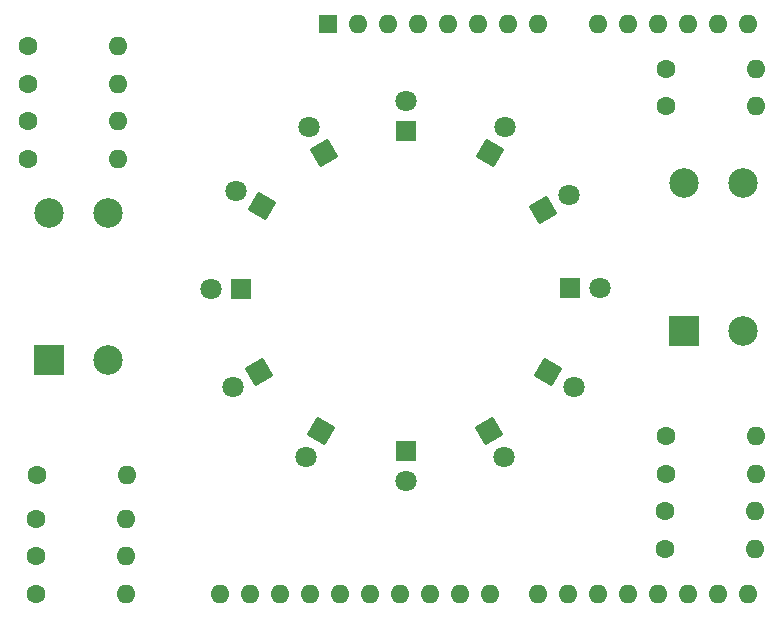
<source format=gbr>
%TF.GenerationSoftware,KiCad,Pcbnew,(6.0.7)*%
%TF.CreationDate,2022-08-22T17:27:46+09:00*%
%TF.ProjectId,LED_RL_SD,4c45445f-524c-45f5-9344-2e6b69636164,rev?*%
%TF.SameCoordinates,Original*%
%TF.FileFunction,Soldermask,Bot*%
%TF.FilePolarity,Negative*%
%FSLAX46Y46*%
G04 Gerber Fmt 4.6, Leading zero omitted, Abs format (unit mm)*
G04 Created by KiCad (PCBNEW (6.0.7)) date 2022-08-22 17:27:46*
%MOMM*%
%LPD*%
G01*
G04 APERTURE LIST*
G04 Aperture macros list*
%AMRotRect*
0 Rectangle, with rotation*
0 The origin of the aperture is its center*
0 $1 length*
0 $2 width*
0 $3 Rotation angle, in degrees counterclockwise*
0 Add horizontal line*
21,1,$1,$2,0,0,$3*%
G04 Aperture macros list end*
%ADD10R,2.500000X2.500000*%
%ADD11C,2.500000*%
%ADD12C,1.600000*%
%ADD13O,1.600000X1.600000*%
%ADD14R,1.800000X1.800000*%
%ADD15C,1.800000*%
%ADD16RotRect,1.800000X1.800000X120.000000*%
%ADD17RotRect,1.800000X1.800000X150.000000*%
%ADD18RotRect,1.800000X1.800000X210.000000*%
%ADD19RotRect,1.800000X1.800000X240.000000*%
%ADD20RotRect,1.800000X1.800000X300.000000*%
%ADD21RotRect,1.800000X1.800000X330.000000*%
%ADD22RotRect,1.800000X1.800000X30.000000*%
%ADD23RotRect,1.800000X1.800000X60.000000*%
%ADD24R,1.600000X1.600000*%
G04 APERTURE END LIST*
D10*
%TO.C,S2*%
X181250000Y-66000000D03*
D11*
X186250000Y-66000000D03*
X181250000Y-53500000D03*
X186250000Y-53500000D03*
%TD*%
D10*
%TO.C,S1*%
X127500000Y-68480000D03*
D11*
X132500000Y-68480000D03*
X127500000Y-55980000D03*
X132500000Y-55980000D03*
%TD*%
D12*
%TO.C,R14*%
X125730000Y-51435000D03*
D13*
X133350000Y-51435000D03*
%TD*%
D12*
%TO.C,R13*%
X125730000Y-41910000D03*
D13*
X133350000Y-41910000D03*
%TD*%
D12*
%TO.C,R12*%
X125730000Y-48260000D03*
D13*
X133350000Y-48260000D03*
%TD*%
D12*
%TO.C,R11*%
X179705000Y-46990000D03*
D13*
X187325000Y-46990000D03*
%TD*%
D12*
%TO.C,R10*%
X126365000Y-81915000D03*
D13*
X133985000Y-81915000D03*
%TD*%
D12*
%TO.C,R9*%
X126365000Y-85090000D03*
D13*
X133985000Y-85090000D03*
%TD*%
D12*
%TO.C,R8*%
X179690000Y-81280000D03*
D13*
X187310000Y-81280000D03*
%TD*%
D12*
%TO.C,R7*%
X179705000Y-74930000D03*
D13*
X187325000Y-74930000D03*
%TD*%
%TO.C,R6*%
X187325000Y-43815000D03*
D12*
X179705000Y-43815000D03*
%TD*%
%TO.C,R5*%
X125730000Y-45085000D03*
D13*
X133350000Y-45085000D03*
%TD*%
D12*
%TO.C,R4*%
X126365000Y-88265000D03*
D13*
X133985000Y-88265000D03*
%TD*%
D12*
%TO.C,R3*%
X179690000Y-84455000D03*
D13*
X187310000Y-84455000D03*
%TD*%
%TO.C,R2*%
X187325000Y-78105000D03*
D12*
X179705000Y-78105000D03*
%TD*%
%TO.C,R1*%
X126440000Y-78235000D03*
D13*
X134060000Y-78235000D03*
%TD*%
D14*
%TO.C,D12*%
X157710000Y-49061488D03*
D15*
X157710000Y-46521488D03*
%TD*%
D16*
%TO.C,D11*%
X150750000Y-50956488D03*
D15*
X149480000Y-48756783D03*
%TD*%
D17*
%TO.C,D10*%
X145500000Y-55456488D03*
D15*
X143300295Y-54186488D03*
%TD*%
D14*
%TO.C,D9*%
X143750000Y-62456488D03*
D15*
X141210000Y-62456488D03*
%TD*%
D18*
%TO.C,D8*%
X145250000Y-69456488D03*
D15*
X143050295Y-70726488D03*
%TD*%
D19*
%TO.C,D7*%
X150500000Y-74456488D03*
D15*
X149230000Y-76656193D03*
%TD*%
D14*
%TO.C,D6*%
X157710000Y-76206488D03*
D15*
X157710000Y-78746488D03*
%TD*%
D20*
%TO.C,D5*%
X164750000Y-74456488D03*
D15*
X166020000Y-76656193D03*
%TD*%
D21*
%TO.C,D4*%
X169750000Y-69456488D03*
D15*
X171949705Y-70726488D03*
%TD*%
D14*
%TO.C,D3*%
X171600000Y-62396488D03*
D15*
X174140000Y-62396488D03*
%TD*%
D22*
%TO.C,D2*%
X169300000Y-55806488D03*
D15*
X171499705Y-54536488D03*
%TD*%
%TO.C,D1*%
X166070000Y-48706783D03*
D23*
X164800000Y-50906488D03*
%TD*%
D24*
%TO.C,A1*%
X151130000Y-40005000D03*
D13*
X153670000Y-40005000D03*
X156210000Y-40005000D03*
X158750000Y-40005000D03*
X161290000Y-40005000D03*
X163830000Y-40005000D03*
X166370000Y-40005000D03*
X168910000Y-40005000D03*
X173990000Y-40005000D03*
X176530000Y-40005000D03*
X179070000Y-40005000D03*
X181610000Y-40005000D03*
X184150000Y-40005000D03*
X186690000Y-40005000D03*
X186690000Y-88265000D03*
X184150000Y-88265000D03*
X181610000Y-88265000D03*
X179070000Y-88265000D03*
X176530000Y-88265000D03*
X173990000Y-88265000D03*
X171450000Y-88265000D03*
X168910000Y-88265000D03*
X164850000Y-88265000D03*
X162310000Y-88265000D03*
X159770000Y-88265000D03*
X157230000Y-88265000D03*
X154690000Y-88265000D03*
X152150000Y-88265000D03*
X149610000Y-88265000D03*
X147070000Y-88265000D03*
X144530000Y-88265000D03*
X141990000Y-88265000D03*
%TD*%
M02*

</source>
